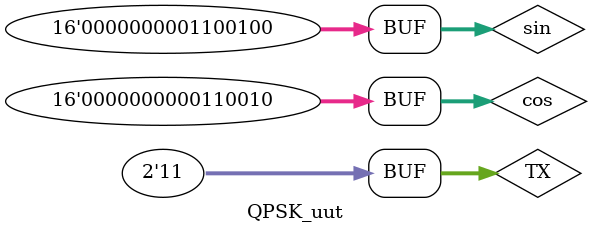
<source format=v>
`timescale 1ns / 1ps


module QPSK_uut;

	// Inputs
	reg [15:0] sin;
	reg [15:0] cos;
	reg [1:0] TX;
//	reg clk;

	// Outputs
	wire [15:0] signal_out;

	// Instantiate the Unit Under Test (UUT)
	QPSK uut (
//		.clk(clk),
		.sin(sin), 
		.cos(cos), 
		.TX(TX), 
		.signal_out(signal_out)
	);

//	always begin
//		#1 clk = ~clk;
//	end
	
	initial begin
		// Initialize Inputs
//		clk = 0;
		#100
		sin = 15'd100;
		cos = 15'd50;
		TX = 2'b00;
		#100;
		sin = 15'd100;
		cos = 15'd100;
		TX = 2'b10;
		#100;
		sin = 15'd75;
		cos = 15'd50;
		TX = 2'b01;
		#100;
		sin = 15'd100;
		cos = 15'd50;
		TX = 2'b11;
		#100;
		// MIRROR TX
		sin = 15'd100;
		cos = 15'd50;
		TX = 2'b00;
		#100;
		sin = 15'd100;
		cos = 15'd100;
		TX = 2'b01;
		#100;
		sin = 15'd75;
		cos = 15'd50;
		TX = 2'b10;
		#100;
		sin = 15'd100;
		cos = 15'd50;
		TX = 2'b11;
		
		// Wait 100 ns for global reset to finish
		#10;
        
		// Add stimulus here

	end
      
endmodule


</source>
